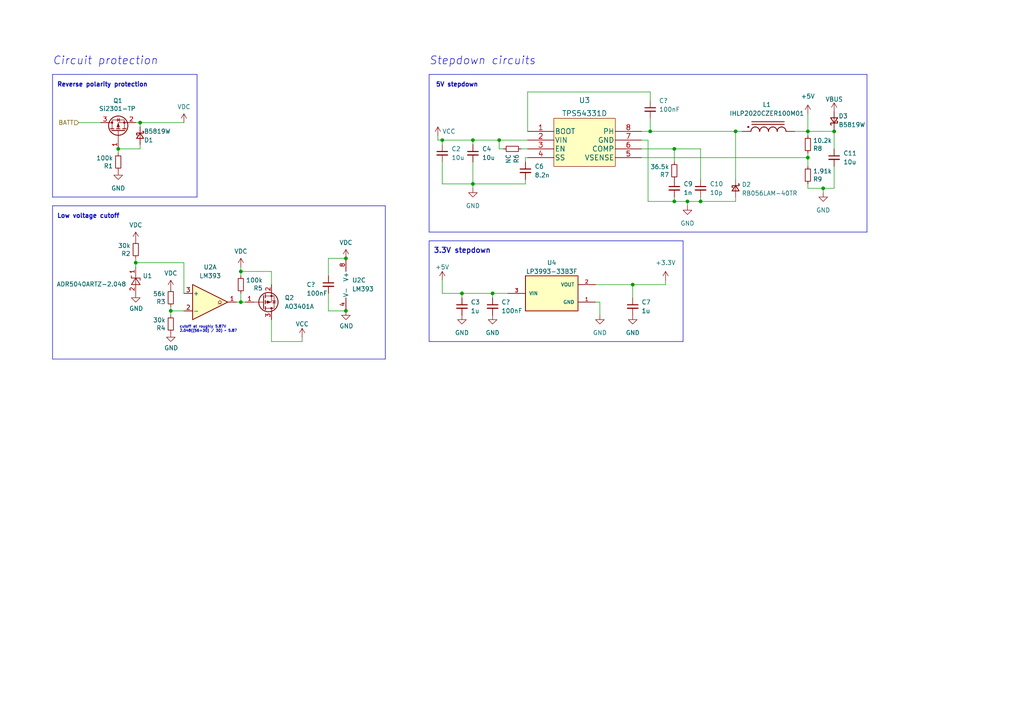
<source format=kicad_sch>
(kicad_sch (version 20230121) (generator eeschema)
  (paper "A4")
  (lib_symbols
    (symbol "+3.3V_1" (power) (pin_names (offset 0))
      (property "Value" "+3.3V_1" (at 0 3.556 0))
      (symbol "+3.3V_1_0_1"
        (polyline (pts (xy -0.762 1.27) (xy 0 2.54)))
        (polyline (pts (xy 0 0) (xy 0 2.54)))
        (polyline (pts (xy 0 2.54) (xy 0.762 1.27)))
      )
      (symbol "+3.3V_1_1_1"
        (pin power_in line (at 0 0 90) (length 0) hide (name "+3.3V") (number "1"))
      )
    )
    (symbol "AP2210N-3.3TRG1:AP2210N-3.3TRG1" (pin_names (offset 1.016))
      (property "Reference" "U" (at -7.3776 5.3424 0))
      (property "Value" "AP2210N-3.3TRG1" (at -7.3722 -6.8637 0))
      (symbol "AP2210N-3.3TRG1_0_0"
        (rectangle (start -7.62 -5.08) (end 7.62 5.08) (stroke (width 0.254)) (fill (type background)))
        (pin power_in line (at 12.7 -2.54 180) (length 5.08) (name "GND") (number "1"))
        (pin output line (at 12.7 2.54 180) (length 5.08) (name "VOUT") (number "2"))
        (pin input line (at -12.7 0 0) (length 5.08) (name "VIN") (number "3"))
      )
    )
    (symbol "Comparator:LM393" (pin_names (offset 0.127))
      (property "Reference" "U" (at 3.81 3.81 0))
      (property "Value" "LM393" (at 6.35 -3.81 0))
      (symbol "LM393_1_1"
        (polyline (pts (xy -5.08 5.08) (xy 5.08 0) (xy -5.08 -5.08) (xy -5.08 5.08)) (stroke (width 0.254)) (fill (type background)))
        (polyline (pts (xy 3.302 -0.508) (xy 2.794 -0.508) (xy 3.302 0) (xy 2.794 0.508) (xy 2.286 0) (xy 2.794 -0.508) (xy 2.286 -0.508)) (stroke (width 0.127)))
        (pin open_collector line (at 7.62 0 180) (length 2.54) (name "~") (number "1"))
        (pin input line (at -7.62 -2.54 0) (length 2.54) (name "-") (number "2"))
        (pin input line (at -7.62 2.54 0) (length 2.54) (name "+") (number "3"))
      )
      (symbol "LM393_2_1"
        (polyline (pts (xy -5.08 5.08) (xy 5.08 0) (xy -5.08 -5.08) (xy -5.08 5.08)) (stroke (width 0.254)) (fill (type background)))
        (polyline (pts (xy 3.302 -0.508) (xy 2.794 -0.508) (xy 3.302 0) (xy 2.794 0.508) (xy 2.286 0) (xy 2.794 -0.508) (xy 2.286 -0.508)) (stroke (width 0.127)))
        (pin input line (at -7.62 2.54 0) (length 2.54) (name "+") (number "5"))
        (pin input line (at -7.62 -2.54 0) (length 2.54) (name "_") (number "6"))
        (pin open_collector line (at 7.62 0 180) (length 2.54) (name "~") (number "7"))
      )
      (symbol "LM393_3_1"
        (pin power_in line (at -2.54 -7.62 90) (length 3.81) (name "V-") (number "4"))
        (pin power_in line (at -2.54 7.62 270) (length 3.81) (name "V+") (number "8"))
      )
    )
    (symbol "Device:C_Small" (pin_numbers hide) (pin_names (offset 0.254) hide)
      (property "Reference" "C" (at 0.254 1.778 0))
      (property "Value" "C_Small" (at 0.254 -2.032 0))
      (symbol "C_Small_0_1"
        (polyline (pts (xy -1.524 -0.508) (xy 1.524 -0.508)) (stroke (width 0.3302)))
        (polyline (pts (xy -1.524 0.508) (xy 1.524 0.508)) (stroke (width 0.3048)))
      )
      (symbol "C_Small_1_1"
        (pin passive line (at 0 2.54 270) (length 2.032) (name "~") (number "1"))
        (pin passive line (at 0 -2.54 90) (length 2.032) (name "~") (number "2"))
      )
    )
    (symbol "Device:D_Schottky_Small" (pin_numbers hide) (pin_names (offset 0.254) hide)
      (property "Reference" "D" (at -1.27 2.032 0))
      (property "Value" "D_Schottky_Small" (at -7.112 -2.032 0))
      (symbol "D_Schottky_Small_0_1"
        (polyline (pts (xy -0.762 0) (xy 0.762 0)))
        (polyline (pts (xy 0.762 -1.016) (xy -0.762 0) (xy 0.762 1.016) (xy 0.762 -1.016)) (stroke (width 0.254)))
        (polyline (pts (xy -1.27 0.762) (xy -1.27 1.016) (xy -0.762 1.016) (xy -0.762 -1.016) (xy -0.254 -1.016) (xy -0.254 -0.762)) (stroke (width 0.254)))
      )
      (symbol "D_Schottky_Small_1_1"
        (pin passive line (at -2.54 0 0) (length 1.778) (name "K") (number "1"))
        (pin passive line (at 2.54 0 180) (length 1.778) (name "A") (number "2"))
      )
    )
    (symbol "Device:R_Small" (pin_numbers hide) (pin_names (offset 0.254) hide)
      (property "Reference" "R" (at 0.762 0.508 0))
      (property "Value" "R_Small" (at 0.762 -1.016 0))
      (symbol "R_Small_0_1"
        (rectangle (start -0.762 1.778) (end 0.762 -1.778) (stroke (width 0.2032)))
      )
      (symbol "R_Small_1_1"
        (pin passive line (at 0 2.54 270) (length 0.762) (name "~") (number "1"))
        (pin passive line (at 0 -2.54 90) (length 0.762) (name "~") (number "2"))
      )
    )
    (symbol "GND_3" (power) (pin_names (offset 0))
      (property "Value" "GND_3" (at 0 -3.81 0))
      (symbol "GND_3_0_1"
        (polyline (pts (xy 0 0) (xy 0 -1.27) (xy 1.27 -1.27) (xy 0 -2.54) (xy -1.27 -1.27) (xy 0 -1.27)))
      )
      (symbol "GND_3_1_1"
        (pin power_in line (at 0 0 270) (length 0) hide (name "GND") (number "1"))
      )
    )
    (symbol "GND_4" (power) (pin_names (offset 0))
      (property "Value" "GND_4" (at 0 -3.81 0))
      (symbol "GND_4_0_1"
        (polyline (pts (xy 0 0) (xy 0 -1.27) (xy 1.27 -1.27) (xy 0 -2.54) (xy -1.27 -1.27) (xy 0 -1.27)))
      )
      (symbol "GND_4_1_1"
        (pin power_in line (at 0 0 270) (length 0) hide (name "GND") (number "1"))
      )
    )
    (symbol "GND_5" (power) (pin_names (offset 0))
      (property "Value" "GND_5" (at 0 -3.81 0))
      (symbol "GND_5_0_1"
        (polyline (pts (xy 0 0) (xy 0 -1.27) (xy 1.27 -1.27) (xy 0 -2.54) (xy -1.27 -1.27) (xy 0 -1.27)))
      )
      (symbol "GND_5_1_1"
        (pin power_in line (at 0 0 270) (length 0) hide (name "GND") (number "1"))
      )
    )
    (symbol "Reference_Voltage:LM4040DBZ-2.0" (pin_names (offset 0.0254) hide)
      (property "Reference" "U" (at 0 2.54 0))
      (property "Value" "LM4040DBZ-2.0" (at 0 -3.175 0))
      (symbol "LM4040DBZ-2.0_0_1"
        (polyline (pts (xy -1.27 0) (xy 0 0) (xy 1.27 0)))
        (polyline (pts (xy -1.27 -1.27) (xy 0.635 0) (xy -1.27 1.27) (xy -1.27 -1.27)) (stroke (width 0.2032)))
        (polyline (pts (xy 0 -1.27) (xy 0.635 -1.27) (xy 0.635 1.27) (xy 1.27 1.27)) (stroke (width 0.2032)))
      )
      (symbol "LM4040DBZ-2.0_1_1"
        (pin passive line (at 3.81 0 180) (length 2.54) (name "K") (number "1"))
        (pin passive line (at -3.81 0 0) (length 2.54) (name "A") (number "2"))
      )
    )
    (symbol "SRU1048-100Y:SRU1048-100Y" (pin_numbers hide) (pin_names (offset 1.016) hide)
      (property "Reference" "L" (at -5.334 3.81 0))
      (property "Value" "SRU1048-100Y" (at -5.842 -2.54 0))
      (symbol "SRU1048-100Y_0_0"
        (circle (center -5.842 1.27) (radius 0.1524) (stroke (width 0.3048)))
        (arc (start -3.81 1.27) (mid -4.708 0.898) (end -5.08 0) (stroke (width 0.254)))
        (arc (start -2.54 0) (mid -2.912 0.898) (end -3.81 1.27) (stroke (width 0.254)))
        (arc (start -1.27 1.27) (mid -2.168 0.898) (end -2.54 0) (stroke (width 0.254)))
        (arc (start 0 0) (mid -0.372 0.898) (end -1.27 1.27) (stroke (width 0.254)))
        (polyline (pts (xy -4.826 2.032) (xy 4.572 2.032)) (stroke (width 0.254)))
        (polyline (pts (xy -4.826 2.794) (xy 4.572 2.794)) (stroke (width 0.254)))
        (arc (start 1.27 1.27) (mid 0.372 0.898) (end 0 0) (stroke (width 0.254)))
        (arc (start 2.54 0) (mid 2.168 0.898) (end 1.27 1.27) (stroke (width 0.254)))
        (arc (start 3.81 1.27) (mid 2.912 0.898) (end 2.54 0) (stroke (width 0.254)))
        (arc (start 5.08 0) (mid 4.708 0.898) (end 3.81 1.27) (stroke (width 0.254)))
        (pin passive line (at -7.62 0 0) (length 2.54) (name "~") (number "1"))
        (pin passive line (at 7.62 0 180) (length 2.54) (name "~") (number "2"))
      )
    )
    (symbol "TPS54331D:TPS54331D" (pin_names (offset 0.254))
      (property "Reference" "U" (at 33.02 10.16 0))
      (property "Value" "TPS54331D" (at 33.02 7.62 0))
      (symbol "TPS54331D_0_1"
        (rectangle (start 22.86 3.81) (end 40.64 -10.16) (fill (type background)))
      )
      (symbol "TPS54331D_1_1"
        (pin unspecified line (at 15.24 0 0) (length 7.62) (name "BOOT") (number "1"))
        (pin input line (at 15.24 -2.54 0) (length 7.62) (name "VIN") (number "2"))
        (pin unspecified line (at 15.24 -5.08 0) (length 7.62) (name "EN") (number "3"))
        (pin unspecified line (at 15.24 -7.62 0) (length 7.62) (name "SS") (number "4"))
        (pin unspecified line (at 48.26 -7.62 180) (length 7.62) (name "VSENSE") (number "5"))
        (pin output line (at 48.26 -5.08 180) (length 7.62) (name "COMP") (number "6"))
        (pin power_in line (at 48.26 -2.54 180) (length 7.62) (name "GND") (number "7"))
        (pin power_in line (at 48.26 0 180) (length 7.62) (name "PH") (number "8"))
      )
    )
    (symbol "Transistor_FET:AO3401A" (pin_names hide)
      (property "Reference" "Q" (at 5.08 1.905 0))
      (property "Value" "AO3401A" (at 5.08 0 0))
      (symbol "AO3401A_0_1"
        (polyline (pts (xy 0.254 0) (xy -2.54 0)))
        (polyline (pts (xy 0.254 1.905) (xy 0.254 -1.905)) (stroke (width 0.254)))
        (polyline (pts (xy 0.762 -1.27) (xy 0.762 -2.286)) (stroke (width 0.254)))
        (polyline (pts (xy 0.762 0.508) (xy 0.762 -0.508)) (stroke (width 0.254)))
        (polyline (pts (xy 0.762 2.286) (xy 0.762 1.27)) (stroke (width 0.254)))
        (polyline (pts (xy 2.54 2.54) (xy 2.54 1.778)))
        (polyline (pts (xy 2.54 -2.54) (xy 2.54 0) (xy 0.762 0)))
        (polyline (pts (xy 0.762 1.778) (xy 3.302 1.778) (xy 3.302 -1.778) (xy 0.762 -1.778)))
        (polyline (pts (xy 2.286 0) (xy 1.27 0.381) (xy 1.27 -0.381) (xy 2.286 0)) (fill (type outline)))
        (polyline (pts (xy 2.794 -0.508) (xy 2.921 -0.381) (xy 3.683 -0.381) (xy 3.81 -0.254)))
        (polyline (pts (xy 3.302 -0.381) (xy 2.921 0.254) (xy 3.683 0.254) (xy 3.302 -0.381)))
        (circle (center 1.651 0) (radius 2.794) (stroke (width 0.254)))
        (circle (center 2.54 -1.778) (radius 0.254) (fill (type outline)))
        (circle (center 2.54 1.778) (radius 0.254) (fill (type outline)))
      )
      (symbol "AO3401A_1_1"
        (pin input line (at -5.08 0 0) (length 2.54) (name "G") (number "1"))
        (pin passive line (at 2.54 -5.08 90) (length 2.54) (name "S") (number "2"))
        (pin passive line (at 2.54 5.08 270) (length 2.54) (name "D") (number "3"))
      )
    )
    (symbol "Transistor_FET:Si2319CDS" (pin_names hide)
      (property "Reference" "Q" (at 5.08 1.905 0))
      (property "Value" "Si2319CDS" (at 5.08 0 0))
      (symbol "Si2319CDS_0_1"
        (polyline (pts (xy 0.254 0) (xy -2.54 0)))
        (polyline (pts (xy 0.254 1.905) (xy 0.254 -1.905)) (stroke (width 0.254)))
        (polyline (pts (xy 0.762 -1.27) (xy 0.762 -2.286)) (stroke (width 0.254)))
        (polyline (pts (xy 0.762 0.508) (xy 0.762 -0.508)) (stroke (width 0.254)))
        (polyline (pts (xy 0.762 2.286) (xy 0.762 1.27)) (stroke (width 0.254)))
        (polyline (pts (xy 2.54 2.54) (xy 2.54 1.778)))
        (polyline (pts (xy 2.54 -2.54) (xy 2.54 0) (xy 0.762 0)))
        (polyline (pts (xy 0.762 1.778) (xy 3.302 1.778) (xy 3.302 -1.778) (xy 0.762 -1.778)))
        (polyline (pts (xy 2.286 0) (xy 1.27 0.381) (xy 1.27 -0.381) (xy 2.286 0)) (fill (type outline)))
        (polyline (pts (xy 2.794 -0.508) (xy 2.921 -0.381) (xy 3.683 -0.381) (xy 3.81 -0.254)))
        (polyline (pts (xy 3.302 -0.381) (xy 2.921 0.254) (xy 3.683 0.254) (xy 3.302 -0.381)))
        (circle (center 1.651 0) (radius 2.794) (stroke (width 0.254)))
        (circle (center 2.54 -1.778) (radius 0.254) (fill (type outline)))
        (circle (center 2.54 1.778) (radius 0.254) (fill (type outline)))
      )
      (symbol "Si2319CDS_1_1"
        (pin input line (at -5.08 0 0) (length 2.54) (name "G") (number "1"))
        (pin passive line (at 2.54 -5.08 90) (length 2.54) (name "S") (number "2"))
        (pin passive line (at 2.54 5.08 270) (length 2.54) (name "D") (number "3"))
      )
    )
    (symbol "power:+5V" (power) (pin_names (offset 0))
      (property "Value" "+5V" (at 0 3.556 0))
      (symbol "+5V_0_1"
        (polyline (pts (xy -0.762 1.27) (xy 0 2.54)))
        (polyline (pts (xy 0 0) (xy 0 2.54)))
        (polyline (pts (xy 0 2.54) (xy 0.762 1.27)))
      )
      (symbol "+5V_1_1"
        (pin power_in line (at 0 0 90) (length 0) hide (name "+5V") (number "1"))
      )
    )
    (symbol "power:GND" (power) (pin_names (offset 0))
      (property "Value" "GND" (at 0 -3.81 0))
      (symbol "GND_0_1"
        (polyline (pts (xy 0 0) (xy 0 -1.27) (xy 1.27 -1.27) (xy 0 -2.54) (xy -1.27 -1.27) (xy 0 -1.27)))
      )
      (symbol "GND_1_1"
        (pin power_in line (at 0 0 270) (length 0) hide (name "GND") (number "1"))
      )
    )
    (symbol "power:VBUS" (power) (pin_names (offset 0))
      (property "Value" "VBUS" (at 0 3.81 0))
      (symbol "VBUS_0_1"
        (polyline (pts (xy -0.762 1.27) (xy 0 2.54)))
        (polyline (pts (xy 0 0) (xy 0 2.54)))
        (polyline (pts (xy 0 2.54) (xy 0.762 1.27)))
      )
      (symbol "VBUS_1_1"
        (pin power_in line (at 0 0 90) (length 0) hide (name "VBUS") (number "1"))
      )
    )
    (symbol "power:VCC" (power) (pin_names (offset 0))
      (property "Value" "VCC" (at 0 3.81 0))
      (symbol "VCC_0_1"
        (polyline (pts (xy -0.762 1.27) (xy 0 2.54)))
        (polyline (pts (xy 0 0) (xy 0 2.54)))
        (polyline (pts (xy 0 2.54) (xy 0.762 1.27)))
      )
      (symbol "VCC_1_1"
        (pin power_in line (at 0 0 90) (length 0) hide (name "VCC") (number "1"))
      )
    )
    (symbol "power:VDC" (power) (pin_names (offset 0))
      (property "Value" "VDC" (at 0 6.35 0))
      (symbol "VDC_0_1"
        (polyline (pts (xy -0.762 1.27) (xy 0 2.54)))
        (polyline (pts (xy 0 0) (xy 0 2.54)))
        (polyline (pts (xy 0 2.54) (xy 0.762 1.27)))
      )
      (symbol "VDC_1_1"
        (pin power_in line (at 0 0 90) (length 0) hide (name "VDC") (number "1"))
      )
    )
  )
  (junction (at 234.315 45.72))
  (junction (at 137.16 53.34))
  (junction (at 128.27 40.64))
  (junction (at 144.78 40.64))
  (junction (at 34.29 43.18))
  (junction (at 234.315 38.1))
  (junction (at 49.53 90.17))
  (junction (at 241.935 38.1))
  (junction (at 100.33 74.93))
  (junction (at 199.39 58.42))
  (junction (at 39.37 76.2))
  (junction (at 40.64 35.56))
  (junction (at 142.875 85.09))
  (junction (at 137.16 40.64))
  (junction (at 69.85 78.74))
  (junction (at 238.76 54.61))
  (junction (at 203.2 58.42))
  (junction (at 213.36 38.1))
  (junction (at 133.985 85.09))
  (junction (at 195.58 43.18))
  (junction (at 100.33 90.17))
  (junction (at 183.515 82.55))
  (junction (at 195.58 58.42))
  (junction (at 188.595 38.1))
  (junction (at 69.85 87.63))
  (wire (pts (xy 34.29 44.45) (xy 34.29 43.18)))
  (wire (pts (xy 133.985 85.09) (xy 142.875 85.09)))
  (wire (pts (xy 152.4 53.34) (xy 137.16 53.34)))
  (wire (pts (xy 188.595 29.21) (xy 188.595 26.67)))
  (polyline (pts (xy 251.46 67.31) (xy 251.46 21.59)))
  (wire (pts (xy 195.58 43.18) (xy 186.055 43.18)))
  (wire (pts (xy 128.27 46.99) (xy 128.27 53.34)))
  (wire (pts (xy 213.36 58.42) (xy 203.2 58.42)))
  (wire (pts (xy 188.595 34.29) (xy 188.595 38.1)))
  (wire (pts (xy 95.25 80.01) (xy 95.25 74.93)))
  (wire (pts (xy 128.27 81.28) (xy 128.27 85.09)))
  (wire (pts (xy 188.595 38.1) (xy 213.36 38.1)))
  (wire (pts (xy 39.37 35.56) (xy 40.64 35.56)))
  (wire (pts (xy 40.64 41.91) (xy 40.64 43.18)))
  (wire (pts (xy 188.595 26.67) (xy 153.035 26.67)))
  (wire (pts (xy 186.055 38.1) (xy 188.595 38.1)))
  (wire (pts (xy 40.64 35.56) (xy 53.34 35.56)))
  (wire (pts (xy 213.36 38.1) (xy 213.36 52.07)))
  (wire (pts (xy 234.315 38.1) (xy 234.315 39.37)))
  (wire (pts (xy 78.74 92.71) (xy 78.74 99.06)))
  (wire (pts (xy 195.58 58.42) (xy 195.58 57.15)))
  (wire (pts (xy 39.37 74.93) (xy 39.37 76.2)))
  (polyline (pts (xy 111.76 104.14) (xy 111.76 59.69)))
  (wire (pts (xy 39.37 76.2) (xy 39.37 77.47)))
  (wire (pts (xy 172.72 87.63) (xy 173.99 87.63)))
  (wire (pts (xy 213.36 57.15) (xy 213.36 58.42)))
  (wire (pts (xy 78.74 78.74) (xy 78.74 82.55)))
  (wire (pts (xy 53.34 85.09) (xy 53.34 76.2)))
  (wire (pts (xy 95.25 74.93) (xy 100.33 74.93)))
  (wire (pts (xy 199.39 58.42) (xy 195.58 58.42)))
  (wire (pts (xy 69.85 78.74) (xy 69.85 80.01)))
  (polyline (pts (xy 15.24 21.59) (xy 57.15 21.59)))
  (polyline (pts (xy 124.46 69.85) (xy 124.46 99.06)))
  (wire (pts (xy 128.27 85.09) (xy 133.985 85.09)))
  (wire (pts (xy 203.2 52.07) (xy 203.2 43.18)))
  (wire (pts (xy 234.315 54.61) (xy 238.76 54.61)))
  (wire (pts (xy 137.16 40.64) (xy 144.78 40.64)))
  (wire (pts (xy 152.4 46.99) (xy 152.4 45.72)))
  (wire (pts (xy 173.99 87.63) (xy 173.99 91.44)))
  (wire (pts (xy 186.055 45.72) (xy 234.315 45.72)))
  (wire (pts (xy 183.515 82.55) (xy 183.515 86.36)))
  (wire (pts (xy 203.2 58.42) (xy 203.2 57.15)))
  (wire (pts (xy 144.78 40.64) (xy 153.035 40.64)))
  (wire (pts (xy 137.16 53.34) (xy 137.16 46.99)))
  (wire (pts (xy 53.34 76.2) (xy 39.37 76.2)))
  (wire (pts (xy 87.63 99.06) (xy 87.63 97.79)))
  (wire (pts (xy 49.53 90.17) (xy 53.34 90.17)))
  (wire (pts (xy 142.875 86.36) (xy 142.875 85.09)))
  (wire (pts (xy 187.96 40.64) (xy 187.96 58.42)))
  (wire (pts (xy 153.035 26.67) (xy 153.035 38.1)))
  (wire (pts (xy 172.72 82.55) (xy 183.515 82.55)))
  (wire (pts (xy 241.935 38.1) (xy 241.935 37.465)))
  (wire (pts (xy 241.935 38.1) (xy 241.935 43.18)))
  (wire (pts (xy 137.16 41.91) (xy 137.16 40.64)))
  (wire (pts (xy 152.4 45.72) (xy 153.035 45.72)))
  (wire (pts (xy 234.315 33.02) (xy 234.315 38.1)))
  (wire (pts (xy 137.16 53.34) (xy 137.16 54.61)))
  (wire (pts (xy 241.935 54.61) (xy 241.935 48.26)))
  (wire (pts (xy 151.13 43.18) (xy 153.035 43.18)))
  (wire (pts (xy 199.39 59.69) (xy 199.39 58.42)))
  (polyline (pts (xy 124.46 67.31) (xy 251.46 67.31)))
  (wire (pts (xy 152.4 52.07) (xy 152.4 53.34)))
  (wire (pts (xy 193.04 82.55) (xy 193.04 81.28)))
  (wire (pts (xy 128.27 40.64) (xy 137.16 40.64)))
  (wire (pts (xy 213.36 38.1) (xy 215.265 38.1)))
  (polyline (pts (xy 124.46 99.06) (xy 198.12 99.06)))
  (wire (pts (xy 127 39.37) (xy 127 40.64)))
  (polyline (pts (xy 124.46 69.85) (xy 198.12 69.85)))
  (wire (pts (xy 22.86 35.56) (xy 29.21 35.56)))
  (wire (pts (xy 128.27 53.34) (xy 137.16 53.34)))
  (wire (pts (xy 147.32 85.09) (xy 142.875 85.09)))
  (wire (pts (xy 40.64 36.83) (xy 40.64 35.56)))
  (wire (pts (xy 203.2 43.18) (xy 195.58 43.18)))
  (wire (pts (xy 234.315 54.61) (xy 234.315 53.34)))
  (wire (pts (xy 69.85 78.74) (xy 78.74 78.74)))
  (wire (pts (xy 49.53 88.9) (xy 49.53 90.17)))
  (wire (pts (xy 133.985 85.09) (xy 133.985 86.36)))
  (wire (pts (xy 234.315 45.72) (xy 234.315 48.26)))
  (polyline (pts (xy 124.46 21.59) (xy 124.46 67.31)))
  (polyline (pts (xy 15.24 104.14) (xy 111.76 104.14)))
  (wire (pts (xy 144.78 43.18) (xy 144.78 40.64)))
  (wire (pts (xy 234.315 44.45) (xy 234.315 45.72)))
  (polyline (pts (xy 57.15 57.15) (xy 57.15 21.59)))
  (wire (pts (xy 49.53 90.17) (xy 49.53 91.44)))
  (wire (pts (xy 234.315 38.1) (xy 241.935 38.1)))
  (wire (pts (xy 238.76 54.61) (xy 241.935 54.61)))
  (wire (pts (xy 128.27 41.91) (xy 128.27 40.64)))
  (wire (pts (xy 69.85 77.47) (xy 69.85 78.74)))
  (wire (pts (xy 187.96 58.42) (xy 195.58 58.42)))
  (polyline (pts (xy 198.12 99.06) (xy 198.12 69.85)))
  (wire (pts (xy 95.25 90.17) (xy 100.33 90.17)))
  (polyline (pts (xy 124.46 21.59) (xy 251.46 21.59)))
  (wire (pts (xy 127 40.64) (xy 128.27 40.64)))
  (wire (pts (xy 238.76 54.61) (xy 238.76 55.88)))
  (wire (pts (xy 195.58 43.18) (xy 195.58 46.99)))
  (polyline (pts (xy 15.24 21.59) (xy 15.24 57.15)))
  (wire (pts (xy 78.74 99.06) (xy 87.63 99.06)))
  (polyline (pts (xy 15.24 57.15) (xy 57.15 57.15)))
  (wire (pts (xy 199.39 58.42) (xy 203.2 58.42)))
  (polyline (pts (xy 15.24 59.69) (xy 111.76 59.69)))
  (wire (pts (xy 95.25 85.09) (xy 95.25 90.17)))
  (wire (pts (xy 183.515 82.55) (xy 193.04 82.55)))
  (wire (pts (xy 230.505 38.1) (xy 234.315 38.1)))
  (wire (pts (xy 186.055 40.64) (xy 187.96 40.64)))
  (wire (pts (xy 146.05 43.18) (xy 144.78 43.18)))
  (wire (pts (xy 69.85 87.63) (xy 69.85 85.09)))
  (wire (pts (xy 69.85 87.63) (xy 71.12 87.63)))
  (wire (pts (xy 40.64 43.18) (xy 34.29 43.18)))
  (polyline (pts (xy 15.24 59.69) (xy 15.24 104.14)))
  (wire (pts (xy 68.58 87.63) (xy 69.85 87.63)))
  (text "Circuit protection" (at 15.24 19.05 0) (effects (font (size 2.3 2.3) italic) (justify left bottom)))
  (text "3.3V stepdown" (at 125.73 73.66 0) (effects (font (size 1.5 1.5) (thickness 0.254) bold) (justify left bottom)))
  (text "cutoff at roughly 5.87V\n2.048((56+30) / 30) ~ 5.87" (at 52.07 96.52 0) (effects (font (size 0.75 0.75)) (justify left bottom)))
  (text "5V stepdown" (at 126.365 25.4 0) (effects (font (size 1.27 1.27) (thickness 0.254) bold) (justify left bottom)))
  (text "Stepdown circuits" (at 124.46 19.05 0) (effects (font (size 2.3 2.3) italic) (justify left bottom)))
  (text "Reverse polarity protection" (at 16.51 25.4 0) (effects (font (size 1.27 1.27) (thickness 0.254) bold) (justify left bottom)))
  (text "Low voltage cutoff" (at 16.51 63.5 0) (effects (font (size 1.27 1.27) (thickness 0.254) bold) (justify left bottom)))
  (hierarchical_label "BATT" (shape input) (at 22.86 35.56 180))
  (symbol (lib_id "Device:C_Small") (at 203.2 54.61 0) (unit 1)
    (property "Reference" "C10" (at 205.867 53.3462 0) (effects (justify left)))
    (property "Value" "10p" (at 205.867 55.8862 0) (effects (justify left)))
    (property "Footprint" "Capacitor_SMD:C_0603_1608Metric" (effects hide))
  )
  (symbol (lib_id "power:VCC") (at 127 39.37 0) (unit 1)
    (property "Reference" "#PWR020" (effects hide))
    (property "Value" "VCC" (at 128.27 38.1 0) (effects (justify left)))
  )
  (symbol (lib_id "power:VDC") (at 49.53 83.82 0) (unit 1)
    (property "Reference" "#PWR013" (effects hide))
    (property "Value" "VDC" (at 49.53 79.248 0))
  )
  (symbol (lib_id "power:VDC") (at 39.37 69.85 0) (unit 1)
    (property "Reference" "#PWR010" (effects hide))
    (property "Value" "VDC" (at 39.37 65.278 0))
  )
  (symbol (lib_id "power:VDC") (at 53.34 35.56 0) (unit 1)
    (property "Reference" "#PWR015" (effects hide))
    (property "Value" "VDC" (at 53.34 30.988 0))
  )
  (symbol (lib_id "power:+5V") (at 234.315 33.02 0) (unit 1)
    (property "Reference" "#PWR034" (effects hide))
    (property "Value" "+5V" (at 234.315 27.94 0))
  )
  (symbol (lib_id "Device:D_Schottky_Small") (at 40.64 39.37 270) (unit 1)
    (property "Reference" "D1" (at 44.45 40.64 90) (effects (justify right)))
    (property "Value" "B5819W" (at 49.53 38.1 90) (effects (justify right)))
    (property "Footprint" "Diode_SMD:D_SOD-123" (effects hide))
    (property "LCSC" "C8598" (effects hide))
  )
  (symbol (lib_id "power:GND") (at 133.985 91.44 0) (mirror y) (unit 1)
    (property "Reference" "#PWR023" (effects hide))
    (property "Value" "GND" (at 133.985 96.52 0))
    (instances (project "neptune" (path "" (reference "#PWR023") (unit 1))) (project "keyboard" (path "" (reference "#PWR09") (unit 1))))
  )
  (symbol (lib_id "Device:C_Small") (at 137.16 44.45 0) (unit 1)
    (property "Reference" "C4" (at 139.827 43.1862 0) (effects (justify left)))
    (property "Value" "10u" (at 139.827 45.7262 0) (effects (justify left)))
    (property "Footprint" "Capacitor_SMD:C_0805_2012Metric_Pad1.18x1.45mm_HandSolder" (effects hide))
    (property "LCSC" "C440198" (effects hide))
  )
  (symbol (lib_id "power:GND") (at 34.29 49.53 0) (unit 1)
    (property "Reference" "#PWR012" (effects hide))
    (property "Value" "GND" (at 34.29 54.61 0))
  )
  (symbol (lib_id "Comparator:LM393") (at 60.96 87.63 0) (unit 1)
    (property "Reference" "U2" (at 60.96 77.47 0))
    (property "Value" "LM393" (at 60.96 80.01 0))
    (property "Footprint" "local-library:SOIC127P600X175-8N" (effects hide))
    (property "Datasheet" "http://www.ti.com/lit/ds/symlink/lm393.pdf" (effects hide))
    (property "LCSC" "C7955" (effects hide))
  )
  (symbol (lib_id "power:VDC") (at 100.33 74.93 0) (unit 1)
    (property "Reference" "#PWR018" (effects hide))
    (property "Value" "VDC" (at 100.33 70.358 0))
  )
  (symbol (lib_id "Device:R_Small") (at 49.53 93.98 180) (unit 1)
    (property "Reference" "R4" (at 48.0314 95.1484 0) (effects (justify left)))
    (property "Value" "30k" (at 48.0314 92.837 0) (effects (justify left)))
    (property "Footprint" "Resistor_SMD:R_0402_1005Metric" (effects hide))
  )
  (symbol (lib_id "Device:C_Small") (at 195.58 54.61 0) (unit 1)
    (property "Reference" "C9" (at 198.247 53.3462 0) (effects (justify left)))
    (property "Value" "1n" (at 198.247 55.8862 0) (effects (justify left)))
    (property "Footprint" "Capacitor_SMD:C_0603_1608Metric" (effects hide))
  )
  (symbol (lib_name "+3.3V_1") (lib_id "power:+3.3V") (at 193.04 81.28 0) (mirror y) (unit 1)
    (property "Reference" "#PWR029" (effects hide))
    (property "Value" "+3.3V" (at 193.04 76.2 0))
    (instances (project "neptune" (path "" (reference "#PWR029") (unit 1))) (project "keyboard" (path "" (reference "#PWR033") (unit 1))))
  )
  (symbol (lib_id "power:VDC") (at 69.85 77.47 0) (unit 1)
    (property "Reference" "#PWR016" (effects hide))
    (property "Value" "VDC" (at 69.85 72.898 0))
  )
  (symbol (lib_id "Device:R_Small") (at 148.59 43.18 270) (unit 1)
    (property "Reference" "R6" (at 149.7584 44.6786 0) (effects (justify left)))
    (property "Value" "NC" (at 147.447 44.6786 0) (effects (justify left)))
    (property "Footprint" "Resistor_SMD:R_0402_1005Metric" (effects hide))
    (property "Datasheet" "https://www.seielect.com/catalog/sei-rmcf_rmcp.pdf" (effects hide))
    (property "MFR#" "RMCF0805FT36K5" (effects hide))
  )
  (symbol (lib_id "Device:C_Small") (at 142.875 88.9 0) (unit 1)
    (property "Reference" "C?" (at 145.415 87.63 0) (effects (justify left)))
    (property "Value" "100nF" (at 145.415 90.17 0) (effects (justify left)))
    (property "Footprint" "Capacitor_SMD:C_0603_1608Metric" (effects hide))
    (instances (project "neptune" (path "" (reference "C?") (unit 1)) (path "" (reference "C4") (unit 1)) (path "" (reference "C5") (unit 1))) (project "keyboard" (path "" (reference "C5") (unit 1))))
  )
  (symbol (lib_id "Device:R_Small") (at 234.315 41.91 0) (mirror x) (unit 1)
    (property "Reference" "R8" (at 235.8136 43.0784 0) (effects (justify left)))
    (property "Value" "10.2k" (at 235.8136 40.767 0) (effects (justify left)))
    (property "Footprint" "Resistor_SMD:R_0603_1608Metric" (effects hide))
    (property "Datasheet" "https://www.seielect.com/catalog/sei-rmcf_rmcp.pdf" (effects hide))
    (property "LCSC" "C234238" (effects hide))
  )
  (symbol (lib_id "Device:R_Small") (at 69.85 82.55 180) (unit 1)
    (property "Reference" "R5" (at 76.2 83.5914 0) (effects (justify left)))
    (property "Value" "100k" (at 76.2 81.28 0) (effects (justify left)))
    (property "Footprint" "Resistor_SMD:R_0402_1005Metric" (effects hide))
  )
  (symbol (lib_id "Device:R_Small") (at 39.37 72.39 180) (unit 1)
    (property "Reference" "R2" (at 37.8714 73.5584 0) (effects (justify left)))
    (property "Value" "30k" (at 37.8714 71.247 0) (effects (justify left)))
    (property "Footprint" "Resistor_SMD:R_0402_1005Metric" (effects hide))
  )
  (symbol (lib_id "Reference_Voltage:LM4040DBZ-2.0") (at 39.37 81.28 90) (unit 1)
    (property "Reference" "U1" (at 41.402 80.0099 90) (effects (justify right)))
    (property "Value" "ADR5040ARTZ-2.048" (at 16.383 82.423 90) (effects (justify right)))
    (property "Footprint" "Package_TO_SOT_SMD:SOT-23" (effects hide))
    (property "Datasheet" "http://www.analog.com/static/imported-files/data_sheets/ADR5040_5041_5043_5044_5045.pdf" (effects hide))
    (property "LCSC" "C144273" (effects hide))
  )
  (symbol (lib_id "Device:C_Small") (at 188.595 31.75 0) (unit 1)
    (property "Reference" "C?" (at 191.135 29.21 0) (effects (justify left)))
    (property "Value" "100nF" (at 191.135 31.75 0) (effects (justify left)))
    (property "Footprint" "Capacitor_SMD:C_0603_1608Metric" (effects hide))
    (instances (project "neptune" (path "" (reference "C?") (unit 1)) (path "" (reference "C4") (unit 1)) (path "" (reference "C8") (unit 1))))
  )
  (symbol (lib_id "Device:C_Small") (at 152.4 49.53 0) (unit 1)
    (property "Reference" "C6" (at 155.067 48.2662 0) (effects (justify left)))
    (property "Value" "8.2n" (at 155.067 50.8062 0) (effects (justify left)))
    (property "Footprint" "Capacitor_SMD:C_0402_1005Metric" (effects hide))
    (property "LCSC" "C45186" (effects hide))
  )
  (symbol (lib_id "power:GND") (at 49.53 96.52 0) (unit 1)
    (property "Reference" "#PWR014" (effects hide))
    (property "Value" "GND" (at 49.657 100.9142 0))
  )
  (symbol (lib_id "Device:R_Small") (at 34.29 46.99 180) (unit 1)
    (property "Reference" "R1" (at 32.7914 48.1584 0) (effects (justify left)))
    (property "Value" "100k" (at 32.7914 45.847 0) (effects (justify left)))
    (property "Footprint" "Resistor_SMD:R_0402_1005Metric" (effects hide))
  )
  (symbol (lib_id "Device:C_Small") (at 128.27 44.45 0) (unit 1)
    (property "Reference" "C2" (at 130.937 43.1862 0) (effects (justify left)))
    (property "Value" "10u" (at 130.937 45.7262 0) (effects (justify left)))
    (property "Footprint" "Capacitor_SMD:C_0805_2012Metric_Pad1.18x1.45mm_HandSolder" (effects hide))
    (property "LCSC" "C440198" (effects hide))
  )
  (symbol (lib_name "GND_5") (lib_id "power:GND") (at 238.76 55.88 0) (unit 1)
    (property "Reference" "#PWR026" (effects hide))
    (property "Value" "GND" (at 238.76 60.96 0))
  )
  (symbol (lib_id "Device:C_Small") (at 95.25 82.55 0) (unit 1)
    (property "Reference" "C?" (at 88.9 82.55 0) (effects (justify left)))
    (property "Value" "100nF" (at 88.9 85.09 0) (effects (justify left)))
    (property "Footprint" "Capacitor_SMD:C_0603_1608Metric" (effects hide))
    (instances (project "neptune" (path "" (reference "C?") (unit 1)) (path "" (reference "C4") (unit 1)) (path "" (reference "C1") (unit 1))))
  )
  (symbol (lib_id "power:GND") (at 100.33 90.17 0) (unit 1)
    (property "Reference" "#PWR019" (effects hide))
    (property "Value" "GND" (at 100.457 94.5642 0))
  )
  (symbol (lib_id "power:+5V") (at 128.27 81.28 0) (unit 1)
    (property "Reference" "#PWR021" (effects hide))
    (property "Value" "+5V" (at 128.27 77.47 0))
    (instances (project "neptune" (path "" (reference "#PWR021") (unit 1))) (project "keyboard" (path "" (reference "#PWR08") (unit 1))))
  )
  (symbol (lib_id "power:GND") (at 142.875 91.44 0) (mirror y) (unit 1)
    (property "Reference" "#PWR025" (effects hide))
    (property "Value" "GND" (at 142.875 96.52 0))
    (instances (project "neptune" (path "" (reference "#PWR025") (unit 1))) (project "keyboard" (path "" (reference "#PWR016") (unit 1))))
  )
  (symbol (lib_id "Comparator:LM393") (at 102.87 82.55 0) (unit 3)
    (property "Reference" "U2" (at 102.108 81.2799 0) (effects (justify left)))
    (property "Value" "LM393" (at 102.108 83.8199 0) (effects (justify left)))
    (property "Footprint" "local-library:SOIC127P600X175-8N" (effects hide))
    (property "Datasheet" "http://www.ti.com/lit/ds/symlink/lm393.pdf" (effects hide))
    (property "LCSC" "C7955" (effects hide))
  )
  (symbol (lib_id "power:GND") (at 183.515 91.44 0) (mirror y) (unit 1)
    (property "Reference" "#PWR028" (effects hide))
    (property "Value" "GND" (at 183.515 96.52 0))
    (instances (project "neptune" (path "" (reference "#PWR028") (unit 1))) (project "keyboard" (path "" (reference "#PWR032") (unit 1))))
  )
  (symbol (lib_id "Device:R_Small") (at 195.58 49.53 180) (unit 1)
    (property "Reference" "R7" (at 194.0814 50.6984 0) (effects (justify left)))
    (property "Value" "36.5k" (at 194.0814 48.387 0) (effects (justify left)))
    (property "Footprint" "Resistor_SMD:R_0603_1608Metric" (effects hide))
    (property "Datasheet" "https://www.seielect.com/catalog/sei-rmcf_rmcp.pdf" (effects hide))
    (property "LCSC" "C162860" (effects hide))
  )
  (symbol (lib_id "Device:D_Schottky_Small") (at 241.935 34.925 90) (unit 1)
    (property "Reference" "D3" (at 243.205 33.655 90) (effects (justify right)))
    (property "Value" "B5819W" (at 243.205 36.195 90) (effects (justify right)))
    (property "Footprint" "Diode_SMD:D_SOD-123" (effects hide))
    (property "LCSC" "C8598" (effects hide))
  )
  (symbol (lib_id "Device:R_Small") (at 49.53 86.36 180) (unit 1)
    (property "Reference" "R3" (at 48.0314 87.5284 0) (effects (justify left)))
    (property "Value" "56k" (at 48.0314 85.217 0) (effects (justify left)))
    (property "Footprint" "Resistor_SMD:R_0402_1005Metric" (effects hide))
  )
  (symbol (lib_id "Device:D_Schottky_Small") (at 213.36 54.61 270) (unit 1)
    (property "Reference" "D2" (at 215.138 53.5213 90) (effects (justify left)))
    (property "Value" "RB056LAM-40TR" (at 215.138 56.0582 90) (effects (justify left)))
    (property "Footprint" "Diode_SMD:D_SMA" (effects hide))
    (property "Datasheet" "https://fscdn.rohm.com/en/products/databook/datasheet/discrete/diode/schottky_barrier/rb056lam-40tr-e.pdf" (effects hide))
    (property "LCSC" "C308719" (effects hide))
  )
  (symbol (lib_name "GND_4") (lib_id "power:GND") (at 199.39 59.69 0) (unit 1)
    (property "Reference" "#PWR024" (effects hide))
    (property "Value" "GND" (at 199.39 64.77 0))
  )
  (symbol (lib_id "power:GND") (at 173.99 91.44 0) (unit 1)
    (property "Reference" "#PWR027" (effects hide))
    (property "Value" "GND" (at 173.99 96.52 0))
    (instances (project "neptune" (path "" (reference "#PWR027") (unit 1))) (project "keyboard" (path "" (reference "#PWR031") (unit 1))))
  )
  (symbol (lib_name "GND_3") (lib_id "power:GND") (at 137.16 54.61 0) (unit 1)
    (property "Reference" "#PWR022" (effects hide))
    (property "Value" "GND" (at 137.16 59.69 0))
  )
  (symbol (lib_id "SRU1048-100Y:SRU1048-100Y") (at 222.885 38.1 0) (unit 1)
    (property "Reference" "L1" (at 222.4151 30.353 0))
    (property "Value" "IHLP2020CZER100M01" (at 222.4151 32.893 0))
    (property "Footprint" "local-library:IHLP2020CZER100M01" (effects hide))
    (property "Datasheet" "https://datasheet.lcsc.com/lcsc/2205091530_Vishay-Intertech-IHLP2020CZER100M01_C844996.pdf" (effects hide))
    (property "LCSC" "C844996" (effects hide))
  )
  (symbol (lib_id "Device:R_Small") (at 234.315 50.8 0) (mirror x) (unit 1)
    (property "Reference" "R9" (at 235.8136 51.9684 0) (effects (justify left)))
    (property "Value" "1.91k" (at 235.8136 49.657 0) (effects (justify left)))
    (property "Footprint" "Resistor_SMD:R_0603_1608Metric" (effects hide))
    (property "LCSC" "C217858" (effects hide))
  )
  (symbol (lib_id "power:GND") (at 39.37 85.09 0) (unit 1)
    (property "Reference" "#PWR011" (effects hide))
    (property "Value" "GND" (at 39.497 89.4842 0))
  )
  (symbol (lib_id "Transistor_FET:Si2319CDS") (at 34.29 38.1 90) (unit 1)
    (property "Reference" "Q1" (at 35.56 29.21 90) (effects (justify left)))
    (property "Value" "Si2301-TP" (at 39.37 31.5214 90) (effects (justify left)))
    (property "Footprint" "Package_TO_SOT_SMD:SOT-23" (effects hide))
    (property "Datasheet" "https://www.mccsemi.com/pdf/Products/SI2301(SOT-23).pdf" (effects hide))
    (property "LCSC" "C10487" (effects hide))
  )
  (symbol (lib_id "Device:C_Small") (at 183.515 88.9 0) (mirror y) (unit 1)
    (property "Reference" "C7" (at 186.055 87.6362 0) (effects (justify right)))
    (property "Value" "1u" (at 186.055 90.1762 0) (effects (justify right)))
    (property "Footprint" "Capacitor_SMD:C_0603_1608Metric" (effects hide))
    (instances (project "neptune" (path "" (reference "C7") (unit 1))) (project "keyboard" (path "" (reference "C16") (unit 1))))
  )
  (symbol (lib_id "Device:C_Small") (at 133.985 88.9 0) (mirror y) (unit 1)
    (property "Reference" "C3" (at 136.525 87.6362 0) (effects (justify right)))
    (property "Value" "1u" (at 136.525 90.1762 0) (effects (justify right)))
    (property "Footprint" "Capacitor_SMD:C_0603_1608Metric" (effects hide))
    (instances (project "neptune" (path "" (reference "C3") (unit 1))) (project "keyboard" (path "" (reference "C4") (unit 1))))
  )
  (symbol (lib_id "AP2210N-3.3TRG1:AP2210N-3.3TRG1") (at 160.02 85.09 0) (unit 1)
    (property "Reference" "U4" (at 160.02 76.2 0))
    (property "Value" "LP3993-33B3F" (at 160.02 78.74 0))
    (property "Footprint" "Package_TO_SOT_SMD:SOT-23" (effects hide))
    (property "Datasheet" "https://jlcpcb.com/partdetail/Lowpower-LP399333B3F/C387705" (effects hide))
    (property "LCSC" "C387705" (effects hide))
    (instances (project "neptune" (path "" (reference "U4") (unit 1))) (project "keyboard" (path "" (reference "U1") (unit 1))))
  )
  (symbol (lib_id "power:VBUS") (at 241.935 32.385 0) (unit 1)
    (property "Reference" "#PWR036" (effects hide))
    (property "Value" "VBUS" (at 241.935 28.8092 0))
  )
  (symbol (lib_id "Device:C_Small") (at 241.935 45.72 0) (unit 1)
    (property "Reference" "C11" (at 244.602 44.4562 0) (effects (justify left)))
    (property "Value" "10u" (at 244.602 46.9962 0) (effects (justify left)))
    (property "Footprint" "Capacitor_SMD:C_0603_1608Metric" (effects hide))
    (property "LCSC" "C19702" (effects hide))
  )
  (symbol (lib_id "Transistor_FET:AO3401A") (at 76.2 87.63 0) (mirror x) (unit 1)
    (property "Reference" "Q2" (at 82.55 86.3599 0) (effects (justify left)))
    (property "Value" "AO3401A" (at 82.55 88.8999 0) (effects (justify left)))
    (property "Footprint" "Package_TO_SOT_SMD:SOT-23" (effects hide))
    (property "Datasheet" "http://www.aosmd.com/pdfs/datasheet/AO3401A.pdf" (effects hide))
    (property "LCSC" "C15127" (effects hide))
  )
  (symbol (lib_id "power:VCC") (at 87.63 97.79 0) (unit 1)
    (property "Reference" "#PWR017" (effects hide))
    (property "Value" "VCC" (at 87.63 93.98 0))
  )
  (symbol (lib_id "TPS54331D:TPS54331D") (at 137.795 38.1 0) (unit 1)
    (property "Reference" "U3" (at 169.545 29.083 0) (effects (font (size 1.524 1.524))))
    (property "Value" "TPS54331D" (at 169.545 32.893 0) (effects (font (size 1.524 1.524))))
    (property "Footprint" "Package_SO:SOIC-8-1EP_3.9x4.9mm_P1.27mm_EP2.29x3mm_ThermalVias" (effects hide))
    (property "Datasheet" "https://www.ti.com/general/docs/suppproductinfo.tsp?distId=10&gotoUrl=https%3A%2F%2Fwww.ti.com%2Flit%2Fgpn%2Ftps54331" (effects hide))
    (property "LCSC" "C9865" (effects hide))
  )
)
</source>
